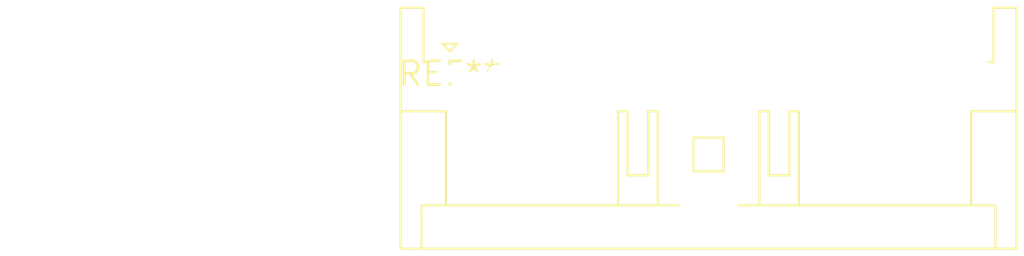
<source format=kicad_pcb>
(kicad_pcb (version 20240108) (generator pcbnew)
  (layers (0 "F.Cu" signal) (31 "B.Cu" signal) (34 "B.Paste" user) (35 "F.Paste" user) (36 "B.SilkS" user "B.Silkscreen") (37 "F.SilkS" user "F.Silkscreen") (38 "B.Mask" user) (39 "F.Mask" user) (44 "Edge.Cuts" user))
  (net 0 "")
  (footprint "JST_XA_S12B-XASK-1_1x12_P2.50mm_Horizontal" (layer "F.Cu") (at 0 0)
    (property "Reference" "REF**")
    (property "Value" "JST_XA_S12B-XASK-1_1x12_P2.50mm_Horizontal")
    (fp_line (start -2.61 -3.51) (end -2.61 9.31) (layer "F.SilkS") (stroke (width 0.12)))
    (fp_line (start -2.61 9.31) (end 30.11 9.31) (layer "F.SilkS") (stroke (width 0.12)))
    (fp_line (start -1.5 7.01) (end 12.15 7.01) (layer "F.SilkS") (stroke (width 0.12)))
    (fp_line (start -1.5 9.31) (end -1.5 7.01) (layer "F.SilkS") (stroke (width 0.12)))
    (fp_line (start -1.39 -3.51) (end -2.61 -3.51) (layer "F.SilkS") (stroke (width 0.12)))
    (fp_line (start -1.39 -0.61) (end -1.39 -3.51) (layer "F.SilkS") (stroke (width 0.12)))
    (fp_line (start -1.11 -0.61) (end -1.39 -0.61) (layer "F.SilkS") (stroke (width 0.12)))
    (fp_line (start -0.4 -1.6) (end 0.4 -1.6) (layer "F.SilkS") (stroke (width 0.12)))
    (fp_line (start -0.2 2) (end -2.61 2) (layer "F.SilkS") (stroke (width 0.12)))
    (fp_line (start -0.2 7.01) (end -0.2 2) (layer "F.SilkS") (stroke (width 0.12)))
    (fp_line (start 0 -1.2) (end -0.4 -1.6) (layer "F.SilkS") (stroke (width 0.12)))
    (fp_line (start 0.4 -1.6) (end 0 -1.2) (layer "F.SilkS") (stroke (width 0.12)))
    (fp_line (start 8.95 2) (end 8.95 7.01) (layer "F.SilkS") (stroke (width 0.12)))
    (fp_line (start 9.45 2) (end 8.95 2) (layer "F.SilkS") (stroke (width 0.12)))
    (fp_line (start 9.45 5.41) (end 9.45 2) (layer "F.SilkS") (stroke (width 0.12)))
    (fp_line (start 10.55 2) (end 10.55 5.41) (layer "F.SilkS") (stroke (width 0.12)))
    (fp_line (start 10.55 5.41) (end 9.45 5.41) (layer "F.SilkS") (stroke (width 0.12)))
    (fp_line (start 11.05 2) (end 10.55 2) (layer "F.SilkS") (stroke (width 0.12)))
    (fp_line (start 11.05 7.01) (end 11.05 2) (layer "F.SilkS") (stroke (width 0.12)))
    (fp_line (start 12.95 3.4) (end 14.55 3.4) (layer "F.SilkS") (stroke (width 0.12)))
    (fp_line (start 12.95 5.2) (end 12.95 3.4) (layer "F.SilkS") (stroke (width 0.12)))
    (fp_line (start 14.55 3.4) (end 14.55 5.2) (layer "F.SilkS") (stroke (width 0.12)))
    (fp_line (start 14.55 5.2) (end 12.95 5.2) (layer "F.SilkS") (stroke (width 0.12)))
    (fp_line (start 15.35 7.01) (end 29 7.01) (layer "F.SilkS") (stroke (width 0.12)))
    (fp_line (start 16.45 2) (end 16.95 2) (layer "F.SilkS") (stroke (width 0.12)))
    (fp_line (start 16.45 7.01) (end 16.45 2) (layer "F.SilkS") (stroke (width 0.12)))
    (fp_line (start 16.95 2) (end 16.95 5.41) (layer "F.SilkS") (stroke (width 0.12)))
    (fp_line (start 16.95 5.41) (end 18.05 5.41) (layer "F.SilkS") (stroke (width 0.12)))
    (fp_line (start 18.05 2) (end 18.55 2) (layer "F.SilkS") (stroke (width 0.12)))
    (fp_line (start 18.05 5.41) (end 18.05 2) (layer "F.SilkS") (stroke (width 0.12)))
    (fp_line (start 18.55 2) (end 18.55 7.01) (layer "F.SilkS") (stroke (width 0.12)))
    (fp_line (start 27.7 2) (end 30.11 2) (layer "F.SilkS") (stroke (width 0.12)))
    (fp_line (start 27.7 7.01) (end 27.7 2) (layer "F.SilkS") (stroke (width 0.12)))
    (fp_line (start 28.89 -3.51) (end 28.89 -0.61) (layer "F.SilkS") (stroke (width 0.12)))
    (fp_line (start 28.89 -0.61) (end 28.61 -0.61) (layer "F.SilkS") (stroke (width 0.12)))
    (fp_line (start 29 7.01) (end 29 9.31) (layer "F.SilkS") (stroke (width 0.12)))
    (fp_line (start 30.11 -3.51) (end 28.89 -3.51) (layer "F.SilkS") (stroke (width 0.12)))
    (fp_line (start 30.11 9.31) (end 30.11 -3.51) (layer "F.SilkS") (stroke (width 0.12)))
    (pad "" np_thru_hole oval (at 13.75 6.5) (size 2.8 2) (drill oval 2.8 2) (layers *.Cu *.Mask))
    (pad "1" thru_hole roundrect (at 0 0) (size 1.7 1.95) (drill 0.95) (layers *.Cu *.Mask) (remove_unused_layers) (roundrect_rratio 0.147059))
    (pad "2" thru_hole oval (at 2.5 0) (size 1.7 1.95) (drill 0.95) (layers *.Cu *.Mask) (remove_unused_layers))
    (pad "3" thru_hole oval (at 5 0) (size 1.7 1.95) (drill 0.95) (layers *.Cu *.Mask) (remove_unused_layers))
    (pad "4" thru_hole oval (at 7.5 0) (size 1.7 1.95) (drill 0.95) (layers *.Cu *.Mask) (remove_unused_layers))
    (pad "5" thru_hole oval (at 10 0) (size 1.7 1.95) (drill 0.95) (layers *.Cu *.Mask) (remove_unused_layers))
    (pad "6" thru_hole oval (at 12.5 0) (size 1.7 1.95) (drill 0.95) (layers *.Cu *.Mask) (remove_unused_layers))
    (pad "7" thru_hole oval (at 15 0) (size 1.7 1.95) (drill 0.95) (layers *.Cu *.Mask) (remove_unused_layers))
    (pad "8" thru_hole oval (at 17.5 0) (size 1.7 1.95) (drill 0.95) (layers *.Cu *.Mask) (remove_unused_layers))
    (pad "9" thru_hole oval (at 20 0) (size 1.7 1.95) (drill 0.95) (layers *.Cu *.Mask) (remove_unused_layers))
    (pad "10" thru_hole oval (at 22.5 0) (size 1.7 1.95) (drill 0.95) (layers *.Cu *.Mask) (remove_unused_layers))
    (pad "11" thru_hole oval (at 25 0) (size 1.7 1.95) (drill 0.95) (layers *.Cu *.Mask) (remove_unused_layers))
    (pad "12" thru_hole oval (at 27.5 0) (size 1.7 1.95) (drill 0.95) (layers *.Cu *.Mask) (remove_unused_layers))
  )
)
</source>
